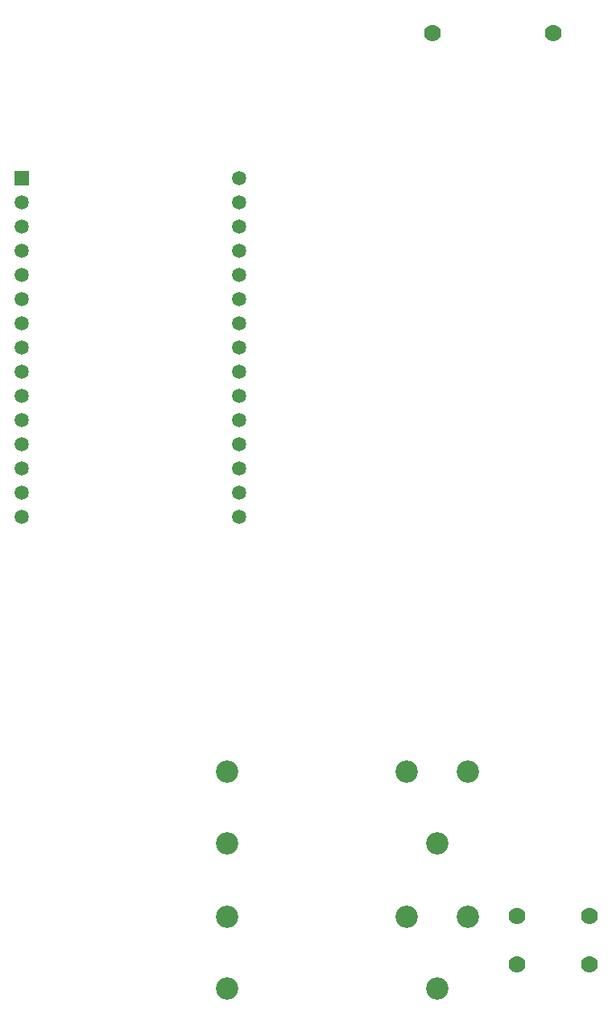
<source format=gbr>
G04 EasyPC Gerber Version 21.0.3 Build 4286 *
G04 #@! TF.Part,Single*
G04 #@! TF.FileFunction,Soldermask,Bot *
G04 #@! TF.FilePolarity,Negative *
%FSLAX35Y35*%
%MOIN*%
G04 #@! TA.AperFunction,ComponentPad*
%ADD76R,0.05862X0.05862*%
%ADD77C,0.05862*%
G04 #@! TA.AperFunction,WasherPad*
%ADD17C,0.07000*%
G04 #@! TA.AperFunction,ComponentPad*
%ADD80C,0.09268*%
X0Y0D02*
D02*
D17*
X275250Y455250D03*
X310250Y70250D03*
Y90250D03*
X325250Y455250D03*
X340250Y70250D03*
Y90250D03*
D02*
D76*
X105250Y395250D03*
D02*
D77*
Y255250D03*
Y265250D03*
Y275250D03*
Y285250D03*
Y295250D03*
Y305250D03*
Y315250D03*
Y325250D03*
Y335250D03*
Y345250D03*
Y355250D03*
Y365250D03*
Y375250D03*
Y385250D03*
X195250Y255250D03*
Y265250D03*
Y275250D03*
Y285250D03*
Y295250D03*
Y305250D03*
Y315250D03*
Y325250D03*
Y335250D03*
Y345250D03*
Y355250D03*
Y365250D03*
Y375250D03*
Y385250D03*
Y395250D03*
D02*
D80*
X190250Y60250D03*
Y90014D03*
Y120250D03*
Y150014D03*
X264659Y90014D03*
Y150014D03*
X277258Y60250D03*
Y120250D03*
X289856Y90014D03*
Y150014D03*
X0Y0D02*
M02*

</source>
